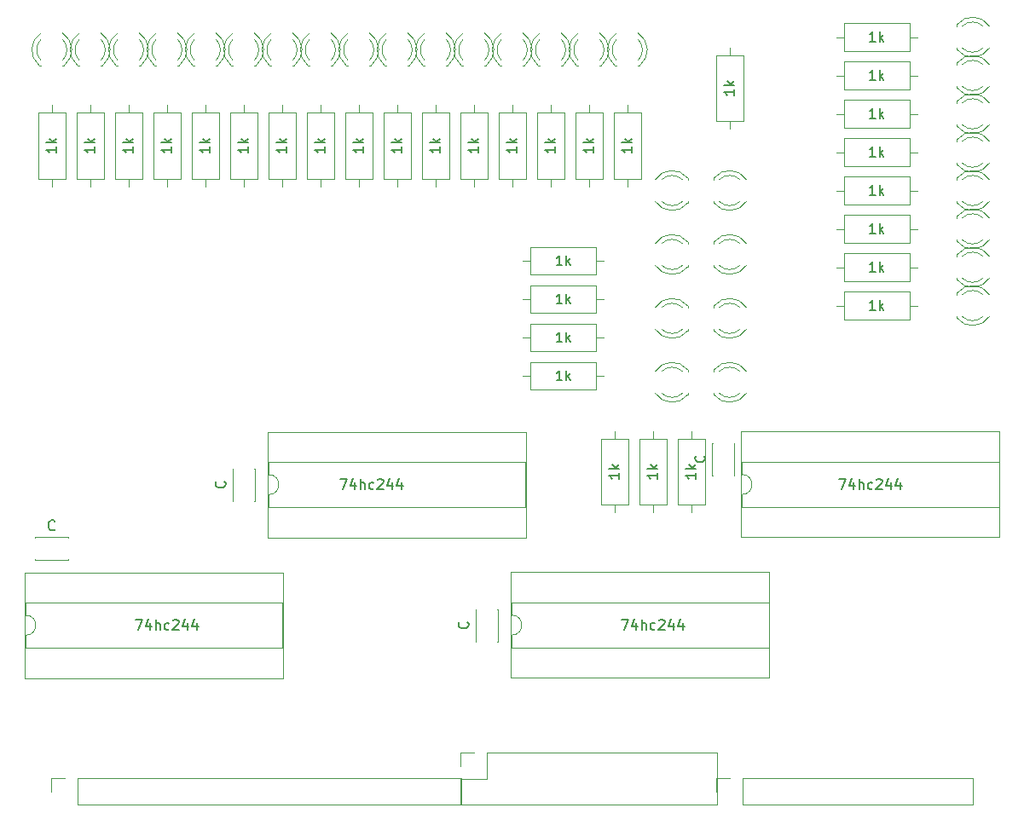
<source format=gbr>
%TF.GenerationSoftware,KiCad,Pcbnew,6.0.11+dfsg-1*%
%TF.CreationDate,2025-09-18T15:26:03+02:00*%
%TF.ProjectId,debug,64656275-672e-46b6-9963-61645f706362,rev?*%
%TF.SameCoordinates,Original*%
%TF.FileFunction,Legend,Top*%
%TF.FilePolarity,Positive*%
%FSLAX46Y46*%
G04 Gerber Fmt 4.6, Leading zero omitted, Abs format (unit mm)*
G04 Created by KiCad (PCBNEW 6.0.11+dfsg-1) date 2025-09-18 15:26:03*
%MOMM*%
%LPD*%
G01*
G04 APERTURE LIST*
%ADD10C,0.150000*%
%ADD11C,0.120000*%
G04 APERTURE END LIST*
D10*
%TO.C,1k*%
X114752380Y-52824047D02*
X114752380Y-53395476D01*
X114752380Y-53109761D02*
X113752380Y-53109761D01*
X113895238Y-53205000D01*
X113990476Y-53300238D01*
X114038095Y-53395476D01*
X114752380Y-52395476D02*
X113752380Y-52395476D01*
X114371428Y-52300238D02*
X114752380Y-52014523D01*
X114085714Y-52014523D02*
X114466666Y-52395476D01*
X107132380Y-52824047D02*
X107132380Y-53395476D01*
X107132380Y-53109761D02*
X106132380Y-53109761D01*
X106275238Y-53205000D01*
X106370476Y-53300238D01*
X106418095Y-53395476D01*
X107132380Y-52395476D02*
X106132380Y-52395476D01*
X106751428Y-52300238D02*
X107132380Y-52014523D01*
X106465714Y-52014523D02*
X106846666Y-52395476D01*
X177045952Y-49982380D02*
X176474523Y-49982380D01*
X176760238Y-49982380D02*
X176760238Y-48982380D01*
X176665000Y-49125238D01*
X176569761Y-49220476D01*
X176474523Y-49268095D01*
X177474523Y-49982380D02*
X177474523Y-48982380D01*
X177569761Y-49601428D02*
X177855476Y-49982380D01*
X177855476Y-49315714D02*
X177474523Y-49696666D01*
%TO.C,74hc244*%
X173410952Y-85812380D02*
X174077619Y-85812380D01*
X173649047Y-86812380D01*
X174887142Y-86145714D02*
X174887142Y-86812380D01*
X174649047Y-85764761D02*
X174410952Y-86479047D01*
X175030000Y-86479047D01*
X175410952Y-86812380D02*
X175410952Y-85812380D01*
X175839523Y-86812380D02*
X175839523Y-86288571D01*
X175791904Y-86193333D01*
X175696666Y-86145714D01*
X175553809Y-86145714D01*
X175458571Y-86193333D01*
X175410952Y-86240952D01*
X176744285Y-86764761D02*
X176649047Y-86812380D01*
X176458571Y-86812380D01*
X176363333Y-86764761D01*
X176315714Y-86717142D01*
X176268095Y-86621904D01*
X176268095Y-86336190D01*
X176315714Y-86240952D01*
X176363333Y-86193333D01*
X176458571Y-86145714D01*
X176649047Y-86145714D01*
X176744285Y-86193333D01*
X177125238Y-85907619D02*
X177172857Y-85860000D01*
X177268095Y-85812380D01*
X177506190Y-85812380D01*
X177601428Y-85860000D01*
X177649047Y-85907619D01*
X177696666Y-86002857D01*
X177696666Y-86098095D01*
X177649047Y-86240952D01*
X177077619Y-86812380D01*
X177696666Y-86812380D01*
X178553809Y-86145714D02*
X178553809Y-86812380D01*
X178315714Y-85764761D02*
X178077619Y-86479047D01*
X178696666Y-86479047D01*
X179506190Y-86145714D02*
X179506190Y-86812380D01*
X179268095Y-85764761D02*
X179030000Y-86479047D01*
X179649047Y-86479047D01*
%TO.C,C*%
X136537142Y-100040476D02*
X136584761Y-100088095D01*
X136632380Y-100230952D01*
X136632380Y-100326190D01*
X136584761Y-100469047D01*
X136489523Y-100564285D01*
X136394285Y-100611904D01*
X136203809Y-100659523D01*
X136060952Y-100659523D01*
X135870476Y-100611904D01*
X135775238Y-100564285D01*
X135680000Y-100469047D01*
X135632380Y-100326190D01*
X135632380Y-100230952D01*
X135680000Y-100088095D01*
X135727619Y-100040476D01*
%TO.C,1k*%
X177045952Y-65222380D02*
X176474523Y-65222380D01*
X176760238Y-65222380D02*
X176760238Y-64222380D01*
X176665000Y-64365238D01*
X176569761Y-64460476D01*
X176474523Y-64508095D01*
X177474523Y-65222380D02*
X177474523Y-64222380D01*
X177569761Y-64841428D02*
X177855476Y-65222380D01*
X177855476Y-64555714D02*
X177474523Y-64936666D01*
X145930952Y-72207380D02*
X145359523Y-72207380D01*
X145645238Y-72207380D02*
X145645238Y-71207380D01*
X145550000Y-71350238D01*
X145454761Y-71445476D01*
X145359523Y-71493095D01*
X146359523Y-72207380D02*
X146359523Y-71207380D01*
X146454761Y-71826428D02*
X146740476Y-72207380D01*
X146740476Y-71540714D02*
X146359523Y-71921666D01*
X103322380Y-52824047D02*
X103322380Y-53395476D01*
X103322380Y-53109761D02*
X102322380Y-53109761D01*
X102465238Y-53205000D01*
X102560476Y-53300238D01*
X102608095Y-53395476D01*
X103322380Y-52395476D02*
X102322380Y-52395476D01*
X102941428Y-52300238D02*
X103322380Y-52014523D01*
X102655714Y-52014523D02*
X103036666Y-52395476D01*
%TO.C,74hc244*%
X103560952Y-99782380D02*
X104227619Y-99782380D01*
X103799047Y-100782380D01*
X105037142Y-100115714D02*
X105037142Y-100782380D01*
X104799047Y-99734761D02*
X104560952Y-100449047D01*
X105180000Y-100449047D01*
X105560952Y-100782380D02*
X105560952Y-99782380D01*
X105989523Y-100782380D02*
X105989523Y-100258571D01*
X105941904Y-100163333D01*
X105846666Y-100115714D01*
X105703809Y-100115714D01*
X105608571Y-100163333D01*
X105560952Y-100210952D01*
X106894285Y-100734761D02*
X106799047Y-100782380D01*
X106608571Y-100782380D01*
X106513333Y-100734761D01*
X106465714Y-100687142D01*
X106418095Y-100591904D01*
X106418095Y-100306190D01*
X106465714Y-100210952D01*
X106513333Y-100163333D01*
X106608571Y-100115714D01*
X106799047Y-100115714D01*
X106894285Y-100163333D01*
X107275238Y-99877619D02*
X107322857Y-99830000D01*
X107418095Y-99782380D01*
X107656190Y-99782380D01*
X107751428Y-99830000D01*
X107799047Y-99877619D01*
X107846666Y-99972857D01*
X107846666Y-100068095D01*
X107799047Y-100210952D01*
X107227619Y-100782380D01*
X107846666Y-100782380D01*
X108703809Y-100115714D02*
X108703809Y-100782380D01*
X108465714Y-99734761D02*
X108227619Y-100449047D01*
X108846666Y-100449047D01*
X109656190Y-100115714D02*
X109656190Y-100782380D01*
X109418095Y-99734761D02*
X109180000Y-100449047D01*
X109799047Y-100449047D01*
X123880952Y-85812380D02*
X124547619Y-85812380D01*
X124119047Y-86812380D01*
X125357142Y-86145714D02*
X125357142Y-86812380D01*
X125119047Y-85764761D02*
X124880952Y-86479047D01*
X125500000Y-86479047D01*
X125880952Y-86812380D02*
X125880952Y-85812380D01*
X126309523Y-86812380D02*
X126309523Y-86288571D01*
X126261904Y-86193333D01*
X126166666Y-86145714D01*
X126023809Y-86145714D01*
X125928571Y-86193333D01*
X125880952Y-86240952D01*
X127214285Y-86764761D02*
X127119047Y-86812380D01*
X126928571Y-86812380D01*
X126833333Y-86764761D01*
X126785714Y-86717142D01*
X126738095Y-86621904D01*
X126738095Y-86336190D01*
X126785714Y-86240952D01*
X126833333Y-86193333D01*
X126928571Y-86145714D01*
X127119047Y-86145714D01*
X127214285Y-86193333D01*
X127595238Y-85907619D02*
X127642857Y-85860000D01*
X127738095Y-85812380D01*
X127976190Y-85812380D01*
X128071428Y-85860000D01*
X128119047Y-85907619D01*
X128166666Y-86002857D01*
X128166666Y-86098095D01*
X128119047Y-86240952D01*
X127547619Y-86812380D01*
X128166666Y-86812380D01*
X129023809Y-86145714D02*
X129023809Y-86812380D01*
X128785714Y-85764761D02*
X128547619Y-86479047D01*
X129166666Y-86479047D01*
X129976190Y-86145714D02*
X129976190Y-86812380D01*
X129738095Y-85764761D02*
X129500000Y-86479047D01*
X130119047Y-86479047D01*
%TO.C,1k*%
X145930952Y-76017380D02*
X145359523Y-76017380D01*
X145645238Y-76017380D02*
X145645238Y-75017380D01*
X145550000Y-75160238D01*
X145454761Y-75255476D01*
X145359523Y-75303095D01*
X146359523Y-76017380D02*
X146359523Y-75017380D01*
X146454761Y-75636428D02*
X146740476Y-76017380D01*
X146740476Y-75350714D02*
X146359523Y-75731666D01*
X177045952Y-61412380D02*
X176474523Y-61412380D01*
X176760238Y-61412380D02*
X176760238Y-60412380D01*
X176665000Y-60555238D01*
X176569761Y-60650476D01*
X176474523Y-60698095D01*
X177474523Y-61412380D02*
X177474523Y-60412380D01*
X177569761Y-61031428D02*
X177855476Y-61412380D01*
X177855476Y-60745714D02*
X177474523Y-61126666D01*
%TO.C,C*%
X95539523Y-90817142D02*
X95491904Y-90864761D01*
X95349047Y-90912380D01*
X95253809Y-90912380D01*
X95110952Y-90864761D01*
X95015714Y-90769523D01*
X94968095Y-90674285D01*
X94920476Y-90483809D01*
X94920476Y-90340952D01*
X94968095Y-90150476D01*
X95015714Y-90055238D01*
X95110952Y-89960000D01*
X95253809Y-89912380D01*
X95349047Y-89912380D01*
X95491904Y-89960000D01*
X95539523Y-90007619D01*
%TO.C,1k*%
X110942380Y-52824047D02*
X110942380Y-53395476D01*
X110942380Y-53109761D02*
X109942380Y-53109761D01*
X110085238Y-53205000D01*
X110180476Y-53300238D01*
X110228095Y-53395476D01*
X110942380Y-52395476D02*
X109942380Y-52395476D01*
X110561428Y-52300238D02*
X110942380Y-52014523D01*
X110275714Y-52014523D02*
X110656666Y-52395476D01*
X145930952Y-68397380D02*
X145359523Y-68397380D01*
X145645238Y-68397380D02*
X145645238Y-67397380D01*
X145550000Y-67540238D01*
X145454761Y-67635476D01*
X145359523Y-67683095D01*
X146359523Y-68397380D02*
X146359523Y-67397380D01*
X146454761Y-68016428D02*
X146740476Y-68397380D01*
X146740476Y-67730714D02*
X146359523Y-68111666D01*
X155392380Y-85209047D02*
X155392380Y-85780476D01*
X155392380Y-85494761D02*
X154392380Y-85494761D01*
X154535238Y-85590000D01*
X154630476Y-85685238D01*
X154678095Y-85780476D01*
X155392380Y-84780476D02*
X154392380Y-84780476D01*
X155011428Y-84685238D02*
X155392380Y-84399523D01*
X154725714Y-84399523D02*
X155106666Y-84780476D01*
X177045952Y-42362380D02*
X176474523Y-42362380D01*
X176760238Y-42362380D02*
X176760238Y-41362380D01*
X176665000Y-41505238D01*
X176569761Y-41600476D01*
X176474523Y-41648095D01*
X177474523Y-42362380D02*
X177474523Y-41362380D01*
X177569761Y-41981428D02*
X177855476Y-42362380D01*
X177855476Y-41695714D02*
X177474523Y-42076666D01*
X118562380Y-52824047D02*
X118562380Y-53395476D01*
X118562380Y-53109761D02*
X117562380Y-53109761D01*
X117705238Y-53205000D01*
X117800476Y-53300238D01*
X117848095Y-53395476D01*
X118562380Y-52395476D02*
X117562380Y-52395476D01*
X118181428Y-52300238D02*
X118562380Y-52014523D01*
X117895714Y-52014523D02*
X118276666Y-52395476D01*
X126182380Y-52824047D02*
X126182380Y-53395476D01*
X126182380Y-53109761D02*
X125182380Y-53109761D01*
X125325238Y-53205000D01*
X125420476Y-53300238D01*
X125468095Y-53395476D01*
X126182380Y-52395476D02*
X125182380Y-52395476D01*
X125801428Y-52300238D02*
X126182380Y-52014523D01*
X125515714Y-52014523D02*
X125896666Y-52395476D01*
X177045952Y-53792380D02*
X176474523Y-53792380D01*
X176760238Y-53792380D02*
X176760238Y-52792380D01*
X176665000Y-52935238D01*
X176569761Y-53030476D01*
X176474523Y-53078095D01*
X177474523Y-53792380D02*
X177474523Y-52792380D01*
X177569761Y-53411428D02*
X177855476Y-53792380D01*
X177855476Y-53125714D02*
X177474523Y-53506666D01*
X151582380Y-85209047D02*
X151582380Y-85780476D01*
X151582380Y-85494761D02*
X150582380Y-85494761D01*
X150725238Y-85590000D01*
X150820476Y-85685238D01*
X150868095Y-85780476D01*
X151582380Y-84780476D02*
X150582380Y-84780476D01*
X151201428Y-84685238D02*
X151582380Y-84399523D01*
X150915714Y-84399523D02*
X151296666Y-84780476D01*
X137612380Y-52824047D02*
X137612380Y-53395476D01*
X137612380Y-53109761D02*
X136612380Y-53109761D01*
X136755238Y-53205000D01*
X136850476Y-53300238D01*
X136898095Y-53395476D01*
X137612380Y-52395476D02*
X136612380Y-52395476D01*
X137231428Y-52300238D02*
X137612380Y-52014523D01*
X136945714Y-52014523D02*
X137326666Y-52395476D01*
X163012380Y-47109047D02*
X163012380Y-47680476D01*
X163012380Y-47394761D02*
X162012380Y-47394761D01*
X162155238Y-47490000D01*
X162250476Y-47585238D01*
X162298095Y-47680476D01*
X163012380Y-46680476D02*
X162012380Y-46680476D01*
X162631428Y-46585238D02*
X163012380Y-46299523D01*
X162345714Y-46299523D02*
X162726666Y-46680476D01*
X159202380Y-85209047D02*
X159202380Y-85780476D01*
X159202380Y-85494761D02*
X158202380Y-85494761D01*
X158345238Y-85590000D01*
X158440476Y-85685238D01*
X158488095Y-85780476D01*
X159202380Y-84780476D02*
X158202380Y-84780476D01*
X158821428Y-84685238D02*
X159202380Y-84399523D01*
X158535714Y-84399523D02*
X158916666Y-84780476D01*
X177045952Y-57602380D02*
X176474523Y-57602380D01*
X176760238Y-57602380D02*
X176760238Y-56602380D01*
X176665000Y-56745238D01*
X176569761Y-56840476D01*
X176474523Y-56888095D01*
X177474523Y-57602380D02*
X177474523Y-56602380D01*
X177569761Y-57221428D02*
X177855476Y-57602380D01*
X177855476Y-56935714D02*
X177474523Y-57316666D01*
X122372380Y-52824047D02*
X122372380Y-53395476D01*
X122372380Y-53109761D02*
X121372380Y-53109761D01*
X121515238Y-53205000D01*
X121610476Y-53300238D01*
X121658095Y-53395476D01*
X122372380Y-52395476D02*
X121372380Y-52395476D01*
X121991428Y-52300238D02*
X122372380Y-52014523D01*
X121705714Y-52014523D02*
X122086666Y-52395476D01*
X95702380Y-52824047D02*
X95702380Y-53395476D01*
X95702380Y-53109761D02*
X94702380Y-53109761D01*
X94845238Y-53205000D01*
X94940476Y-53300238D01*
X94988095Y-53395476D01*
X95702380Y-52395476D02*
X94702380Y-52395476D01*
X95321428Y-52300238D02*
X95702380Y-52014523D01*
X95035714Y-52014523D02*
X95416666Y-52395476D01*
X129992380Y-52824047D02*
X129992380Y-53395476D01*
X129992380Y-53109761D02*
X128992380Y-53109761D01*
X129135238Y-53205000D01*
X129230476Y-53300238D01*
X129278095Y-53395476D01*
X129992380Y-52395476D02*
X128992380Y-52395476D01*
X129611428Y-52300238D02*
X129992380Y-52014523D01*
X129325714Y-52014523D02*
X129706666Y-52395476D01*
X99512380Y-52824047D02*
X99512380Y-53395476D01*
X99512380Y-53109761D02*
X98512380Y-53109761D01*
X98655238Y-53205000D01*
X98750476Y-53300238D01*
X98798095Y-53395476D01*
X99512380Y-52395476D02*
X98512380Y-52395476D01*
X99131428Y-52300238D02*
X99512380Y-52014523D01*
X98845714Y-52014523D02*
X99226666Y-52395476D01*
X152852380Y-52824047D02*
X152852380Y-53395476D01*
X152852380Y-53109761D02*
X151852380Y-53109761D01*
X151995238Y-53205000D01*
X152090476Y-53300238D01*
X152138095Y-53395476D01*
X152852380Y-52395476D02*
X151852380Y-52395476D01*
X152471428Y-52300238D02*
X152852380Y-52014523D01*
X152185714Y-52014523D02*
X152566666Y-52395476D01*
X133802380Y-52824047D02*
X133802380Y-53395476D01*
X133802380Y-53109761D02*
X132802380Y-53109761D01*
X132945238Y-53205000D01*
X133040476Y-53300238D01*
X133088095Y-53395476D01*
X133802380Y-52395476D02*
X132802380Y-52395476D01*
X133421428Y-52300238D02*
X133802380Y-52014523D01*
X133135714Y-52014523D02*
X133516666Y-52395476D01*
X149042380Y-52824047D02*
X149042380Y-53395476D01*
X149042380Y-53109761D02*
X148042380Y-53109761D01*
X148185238Y-53205000D01*
X148280476Y-53300238D01*
X148328095Y-53395476D01*
X149042380Y-52395476D02*
X148042380Y-52395476D01*
X148661428Y-52300238D02*
X149042380Y-52014523D01*
X148375714Y-52014523D02*
X148756666Y-52395476D01*
X177045952Y-46172380D02*
X176474523Y-46172380D01*
X176760238Y-46172380D02*
X176760238Y-45172380D01*
X176665000Y-45315238D01*
X176569761Y-45410476D01*
X176474523Y-45458095D01*
X177474523Y-46172380D02*
X177474523Y-45172380D01*
X177569761Y-45791428D02*
X177855476Y-46172380D01*
X177855476Y-45505714D02*
X177474523Y-45886666D01*
%TO.C,C*%
X160032142Y-83530476D02*
X160079761Y-83578095D01*
X160127380Y-83720952D01*
X160127380Y-83816190D01*
X160079761Y-83959047D01*
X159984523Y-84054285D01*
X159889285Y-84101904D01*
X159698809Y-84149523D01*
X159555952Y-84149523D01*
X159365476Y-84101904D01*
X159270238Y-84054285D01*
X159175000Y-83959047D01*
X159127380Y-83816190D01*
X159127380Y-83720952D01*
X159175000Y-83578095D01*
X159222619Y-83530476D01*
X112407142Y-86070476D02*
X112454761Y-86118095D01*
X112502380Y-86260952D01*
X112502380Y-86356190D01*
X112454761Y-86499047D01*
X112359523Y-86594285D01*
X112264285Y-86641904D01*
X112073809Y-86689523D01*
X111930952Y-86689523D01*
X111740476Y-86641904D01*
X111645238Y-86594285D01*
X111550000Y-86499047D01*
X111502380Y-86356190D01*
X111502380Y-86260952D01*
X111550000Y-86118095D01*
X111597619Y-86070476D01*
%TO.C,1k*%
X145930952Y-64587380D02*
X145359523Y-64587380D01*
X145645238Y-64587380D02*
X145645238Y-63587380D01*
X145550000Y-63730238D01*
X145454761Y-63825476D01*
X145359523Y-63873095D01*
X146359523Y-64587380D02*
X146359523Y-63587380D01*
X146454761Y-64206428D02*
X146740476Y-64587380D01*
X146740476Y-63920714D02*
X146359523Y-64301666D01*
X145232380Y-52824047D02*
X145232380Y-53395476D01*
X145232380Y-53109761D02*
X144232380Y-53109761D01*
X144375238Y-53205000D01*
X144470476Y-53300238D01*
X144518095Y-53395476D01*
X145232380Y-52395476D02*
X144232380Y-52395476D01*
X144851428Y-52300238D02*
X145232380Y-52014523D01*
X144565714Y-52014523D02*
X144946666Y-52395476D01*
X141422380Y-52824047D02*
X141422380Y-53395476D01*
X141422380Y-53109761D02*
X140422380Y-53109761D01*
X140565238Y-53205000D01*
X140660476Y-53300238D01*
X140708095Y-53395476D01*
X141422380Y-52395476D02*
X140422380Y-52395476D01*
X141041428Y-52300238D02*
X141422380Y-52014523D01*
X140755714Y-52014523D02*
X141136666Y-52395476D01*
%TO.C,74hc244*%
X151820952Y-99772380D02*
X152487619Y-99772380D01*
X152059047Y-100772380D01*
X153297142Y-100105714D02*
X153297142Y-100772380D01*
X153059047Y-99724761D02*
X152820952Y-100439047D01*
X153440000Y-100439047D01*
X153820952Y-100772380D02*
X153820952Y-99772380D01*
X154249523Y-100772380D02*
X154249523Y-100248571D01*
X154201904Y-100153333D01*
X154106666Y-100105714D01*
X153963809Y-100105714D01*
X153868571Y-100153333D01*
X153820952Y-100200952D01*
X155154285Y-100724761D02*
X155059047Y-100772380D01*
X154868571Y-100772380D01*
X154773333Y-100724761D01*
X154725714Y-100677142D01*
X154678095Y-100581904D01*
X154678095Y-100296190D01*
X154725714Y-100200952D01*
X154773333Y-100153333D01*
X154868571Y-100105714D01*
X155059047Y-100105714D01*
X155154285Y-100153333D01*
X155535238Y-99867619D02*
X155582857Y-99820000D01*
X155678095Y-99772380D01*
X155916190Y-99772380D01*
X156011428Y-99820000D01*
X156059047Y-99867619D01*
X156106666Y-99962857D01*
X156106666Y-100058095D01*
X156059047Y-100200952D01*
X155487619Y-100772380D01*
X156106666Y-100772380D01*
X156963809Y-100105714D02*
X156963809Y-100772380D01*
X156725714Y-99724761D02*
X156487619Y-100439047D01*
X157106666Y-100439047D01*
X157916190Y-100105714D02*
X157916190Y-100772380D01*
X157678095Y-99724761D02*
X157440000Y-100439047D01*
X158059047Y-100439047D01*
%TO.C,1k*%
X177045952Y-69032380D02*
X176474523Y-69032380D01*
X176760238Y-69032380D02*
X176760238Y-68032380D01*
X176665000Y-68175238D01*
X176569761Y-68270476D01*
X176474523Y-68318095D01*
X177474523Y-69032380D02*
X177474523Y-68032380D01*
X177569761Y-68651428D02*
X177855476Y-69032380D01*
X177855476Y-68365714D02*
X177474523Y-68746666D01*
D11*
%TO.C,REF\u002A\u002A*%
X142050000Y-44740000D02*
X142206000Y-44740000D01*
X139734000Y-44740000D02*
X139890000Y-44740000D01*
X139891392Y-41507665D02*
G75*
G03*
X139734484Y-44740000I1078608J-1672335D01*
G01*
X139890163Y-42138870D02*
G75*
G03*
X139890000Y-44220961I1079837J-1041130D01*
G01*
X142050000Y-44220961D02*
G75*
G03*
X142049837Y-42138870I-1080000J1040961D01*
G01*
X142205516Y-44740000D02*
G75*
G03*
X142048608Y-41507665I-1235516J1560000D01*
G01*
X161000000Y-74964000D02*
X161000000Y-75120000D01*
X161000000Y-77280000D02*
X161000000Y-77436000D01*
X164232335Y-75121392D02*
G75*
G03*
X161000000Y-74964484I-1672335J-1078608D01*
G01*
X163601130Y-75120163D02*
G75*
G03*
X161519039Y-75120000I-1041130J-1079837D01*
G01*
X161519039Y-77280000D02*
G75*
G03*
X163601130Y-77279837I1040961J1080000D01*
G01*
X161000000Y-77435516D02*
G75*
G03*
X164232335Y-77278608I1560000J1235516D01*
G01*
X185130000Y-58230000D02*
X185130000Y-58386000D01*
X185130000Y-55914000D02*
X185130000Y-56070000D01*
X187731130Y-56070163D02*
G75*
G03*
X185649039Y-56070000I-1041130J-1079837D01*
G01*
X188362335Y-56071392D02*
G75*
G03*
X185130000Y-55914484I-1672335J-1078608D01*
G01*
X185130000Y-58385516D02*
G75*
G03*
X188362335Y-58228608I1560000J1235516D01*
G01*
X185649039Y-58230000D02*
G75*
G03*
X187731130Y-58229837I1040961J1080000D01*
G01*
%TO.C,1k*%
X115670000Y-49435000D02*
X112930000Y-49435000D01*
X115670000Y-55975000D02*
X115670000Y-49435000D01*
X112930000Y-55975000D02*
X115670000Y-55975000D01*
X114300000Y-48665000D02*
X114300000Y-49435000D01*
X114300000Y-56745000D02*
X114300000Y-55975000D01*
X112930000Y-49435000D02*
X112930000Y-55975000D01*
%TO.C,REF\u002A\u002A*%
X103950000Y-44740000D02*
X104106000Y-44740000D01*
X101634000Y-44740000D02*
X101790000Y-44740000D01*
X101790163Y-42138870D02*
G75*
G03*
X101790000Y-44220961I1079837J-1041130D01*
G01*
X103950000Y-44220961D02*
G75*
G03*
X103949837Y-42138870I-1080000J1040961D01*
G01*
X101791392Y-41507665D02*
G75*
G03*
X101634484Y-44740000I1078608J-1672335D01*
G01*
X104105516Y-44740000D02*
G75*
G03*
X103948608Y-41507665I-1235516J1560000D01*
G01*
%TO.C,1k*%
X106680000Y-56745000D02*
X106680000Y-55975000D01*
X108050000Y-55975000D02*
X108050000Y-49435000D01*
X106680000Y-48665000D02*
X106680000Y-49435000D01*
X105310000Y-49435000D02*
X105310000Y-55975000D01*
X105310000Y-55975000D02*
X108050000Y-55975000D01*
X108050000Y-49435000D02*
X105310000Y-49435000D01*
X180435000Y-48160000D02*
X173895000Y-48160000D01*
X173895000Y-50900000D02*
X180435000Y-50900000D01*
X180435000Y-50900000D02*
X180435000Y-48160000D01*
X181205000Y-49530000D02*
X180435000Y-49530000D01*
X173895000Y-48160000D02*
X173895000Y-50900000D01*
X173125000Y-49530000D02*
X173895000Y-49530000D01*
%TO.C,REF\u002A\u002A*%
X130620000Y-44740000D02*
X130776000Y-44740000D01*
X128304000Y-44740000D02*
X128460000Y-44740000D01*
X130775516Y-44740000D02*
G75*
G03*
X130618608Y-41507665I-1235516J1560000D01*
G01*
X128460163Y-42138870D02*
G75*
G03*
X128460000Y-44220961I1079837J-1041130D01*
G01*
X128461392Y-41507665D02*
G75*
G03*
X128304484Y-44740000I1078608J-1672335D01*
G01*
X130620000Y-44220961D02*
G75*
G03*
X130619837Y-42138870I-1080000J1040961D01*
G01*
X111570000Y-44740000D02*
X111726000Y-44740000D01*
X109254000Y-44740000D02*
X109410000Y-44740000D01*
X111570000Y-44220961D02*
G75*
G03*
X111569837Y-42138870I-1080000J1040961D01*
G01*
X109410163Y-42138870D02*
G75*
G03*
X109410000Y-44220961I1079837J-1041130D01*
G01*
X109411392Y-41507665D02*
G75*
G03*
X109254484Y-44740000I1078608J-1672335D01*
G01*
X111725516Y-44740000D02*
G75*
G03*
X111568608Y-41507665I-1235516J1560000D01*
G01*
%TO.C,74hc244*%
X189355000Y-81100000D02*
X163715000Y-81100000D01*
X163775000Y-87350000D02*
X163775000Y-88600000D01*
X189295000Y-88600000D02*
X189295000Y-84100000D01*
X163775000Y-84100000D02*
X163775000Y-85350000D01*
X163715000Y-91600000D02*
X189355000Y-91600000D01*
X163715000Y-81100000D02*
X163715000Y-91600000D01*
X189295000Y-84100000D02*
X163775000Y-84100000D01*
X163775000Y-88600000D02*
X189295000Y-88600000D01*
X189355000Y-91600000D02*
X189355000Y-81100000D01*
X163775000Y-87350000D02*
G75*
G03*
X163775000Y-85350000I0J1000000D01*
G01*
%TO.C,C*%
X139485000Y-101970000D02*
X139550000Y-101970000D01*
X139550000Y-101970000D02*
X139550000Y-98730000D01*
X137310000Y-98730000D02*
X137375000Y-98730000D01*
X139485000Y-98730000D02*
X139550000Y-98730000D01*
X137310000Y-101970000D02*
X137375000Y-101970000D01*
X137310000Y-101970000D02*
X137310000Y-98730000D01*
%TO.C,1k*%
X173125000Y-64770000D02*
X173895000Y-64770000D01*
X173895000Y-63400000D02*
X173895000Y-66140000D01*
X180435000Y-66140000D02*
X180435000Y-63400000D01*
X181205000Y-64770000D02*
X180435000Y-64770000D01*
X173895000Y-66140000D02*
X180435000Y-66140000D01*
X180435000Y-63400000D02*
X173895000Y-63400000D01*
%TO.C,REF\u002A\u002A*%
X185130000Y-40674000D02*
X185130000Y-40830000D01*
X185130000Y-42990000D02*
X185130000Y-43146000D01*
X185649039Y-42990000D02*
G75*
G03*
X187731130Y-42989837I1040961J1080000D01*
G01*
X187731130Y-40830163D02*
G75*
G03*
X185649039Y-40830000I-1041130J-1079837D01*
G01*
X188362335Y-40831392D02*
G75*
G03*
X185130000Y-40674484I-1672335J-1078608D01*
G01*
X185130000Y-43145516D02*
G75*
G03*
X188362335Y-42988608I1560000J1235516D01*
G01*
%TO.C,1k*%
X142010000Y-71755000D02*
X142780000Y-71755000D01*
X142780000Y-73125000D02*
X149320000Y-73125000D01*
X149320000Y-73125000D02*
X149320000Y-70385000D01*
X142780000Y-70385000D02*
X142780000Y-73125000D01*
X149320000Y-70385000D02*
X142780000Y-70385000D01*
X150090000Y-71755000D02*
X149320000Y-71755000D01*
X102870000Y-56745000D02*
X102870000Y-55975000D01*
X101500000Y-49435000D02*
X101500000Y-55975000D01*
X102870000Y-48665000D02*
X102870000Y-49435000D01*
X101500000Y-55975000D02*
X104240000Y-55975000D01*
X104240000Y-49435000D02*
X101500000Y-49435000D01*
X104240000Y-55975000D02*
X104240000Y-49435000D01*
%TO.C,REF\u002A\u002A*%
X149670000Y-44740000D02*
X149826000Y-44740000D01*
X147354000Y-44740000D02*
X147510000Y-44740000D01*
X147510163Y-42138870D02*
G75*
G03*
X147510000Y-44220961I1079837J-1041130D01*
G01*
X149825516Y-44740000D02*
G75*
G03*
X149668608Y-41507665I-1235516J1560000D01*
G01*
X149670000Y-44220961D02*
G75*
G03*
X149669837Y-42138870I-1080000J1040961D01*
G01*
X147511392Y-41507665D02*
G75*
G03*
X147354484Y-44740000I1078608J-1672335D01*
G01*
X151164000Y-44740000D02*
X151320000Y-44740000D01*
X153480000Y-44740000D02*
X153636000Y-44740000D01*
X151320163Y-42138870D02*
G75*
G03*
X151320000Y-44220961I1079837J-1041130D01*
G01*
X153480000Y-44220961D02*
G75*
G03*
X153479837Y-42138870I-1080000J1040961D01*
G01*
X153635516Y-44740000D02*
G75*
G03*
X153478608Y-41507665I-1235516J1560000D01*
G01*
X151321392Y-41507665D02*
G75*
G03*
X151164484Y-44740000I1078608J-1672335D01*
G01*
X161000000Y-62264000D02*
X161000000Y-62420000D01*
X161000000Y-64580000D02*
X161000000Y-64736000D01*
X164232335Y-62421392D02*
G75*
G03*
X161000000Y-62264484I-1672335J-1078608D01*
G01*
X161519039Y-64580000D02*
G75*
G03*
X163601130Y-64579837I1040961J1080000D01*
G01*
X163601130Y-62420163D02*
G75*
G03*
X161519039Y-62420000I-1041130J-1079837D01*
G01*
X161000000Y-64735516D02*
G75*
G03*
X164232335Y-64578608I1560000J1235516D01*
G01*
%TO.C,74hc244*%
X118230000Y-95080000D02*
X92590000Y-95080000D01*
X92650000Y-102580000D02*
X118170000Y-102580000D01*
X92650000Y-98080000D02*
X92650000Y-99330000D01*
X118230000Y-105580000D02*
X118230000Y-95080000D01*
X92650000Y-101330000D02*
X92650000Y-102580000D01*
X118170000Y-102580000D02*
X118170000Y-98080000D01*
X92590000Y-105580000D02*
X118230000Y-105580000D01*
X118170000Y-98080000D02*
X92650000Y-98080000D01*
X92590000Y-95080000D02*
X92590000Y-105580000D01*
X92650000Y-101330000D02*
G75*
G03*
X92650000Y-99330000I0J1000000D01*
G01*
%TO.C,REF\u002A\u002A*%
X119190000Y-44740000D02*
X119346000Y-44740000D01*
X116874000Y-44740000D02*
X117030000Y-44740000D01*
X119190000Y-44220961D02*
G75*
G03*
X119189837Y-42138870I-1080000J1040961D01*
G01*
X117031392Y-41507665D02*
G75*
G03*
X116874484Y-44740000I1078608J-1672335D01*
G01*
X119345516Y-44740000D02*
G75*
G03*
X119188608Y-41507665I-1235516J1560000D01*
G01*
X117030163Y-42138870D02*
G75*
G03*
X117030000Y-44220961I1079837J-1041130D01*
G01*
X100140000Y-44740000D02*
X100296000Y-44740000D01*
X97824000Y-44740000D02*
X97980000Y-44740000D01*
X97981392Y-41507665D02*
G75*
G03*
X97824484Y-44740000I1078608J-1672335D01*
G01*
X100295516Y-44740000D02*
G75*
G03*
X100138608Y-41507665I-1235516J1560000D01*
G01*
X97980163Y-42138870D02*
G75*
G03*
X97980000Y-44220961I1079837J-1041130D01*
G01*
X100140000Y-44220961D02*
G75*
G03*
X100139837Y-42138870I-1080000J1040961D01*
G01*
X95190000Y-116840000D02*
X95190000Y-115510000D01*
X97790000Y-118170000D02*
X135950000Y-118170000D01*
X97790000Y-118170000D02*
X97790000Y-115510000D01*
X135950000Y-118170000D02*
X135950000Y-115510000D01*
X95190000Y-115510000D02*
X96520000Y-115510000D01*
X97790000Y-115510000D02*
X135950000Y-115510000D01*
%TO.C,74hc244*%
X142360000Y-81110000D02*
X116720000Y-81110000D01*
X116780000Y-88610000D02*
X142300000Y-88610000D01*
X142300000Y-84110000D02*
X116780000Y-84110000D01*
X116780000Y-84110000D02*
X116780000Y-85360000D01*
X116720000Y-91610000D02*
X142360000Y-91610000D01*
X116720000Y-81110000D02*
X116720000Y-91610000D01*
X142360000Y-91610000D02*
X142360000Y-81110000D01*
X142300000Y-88610000D02*
X142300000Y-84110000D01*
X116780000Y-87360000D02*
X116780000Y-88610000D01*
X116780000Y-87360000D02*
G75*
G03*
X116780000Y-85360000I0J1000000D01*
G01*
%TO.C,1k*%
X149320000Y-74195000D02*
X142780000Y-74195000D01*
X142780000Y-74195000D02*
X142780000Y-76935000D01*
X150090000Y-75565000D02*
X149320000Y-75565000D01*
X149320000Y-76935000D02*
X149320000Y-74195000D01*
X142780000Y-76935000D02*
X149320000Y-76935000D01*
X142010000Y-75565000D02*
X142780000Y-75565000D01*
X173895000Y-59590000D02*
X173895000Y-62330000D01*
X181205000Y-60960000D02*
X180435000Y-60960000D01*
X180435000Y-59590000D02*
X173895000Y-59590000D01*
X180435000Y-62330000D02*
X180435000Y-59590000D01*
X173125000Y-60960000D02*
X173895000Y-60960000D01*
X173895000Y-62330000D02*
X180435000Y-62330000D01*
%TO.C,C*%
X93610000Y-93765000D02*
X93610000Y-93830000D01*
X96850000Y-91590000D02*
X96850000Y-91655000D01*
X93610000Y-93830000D02*
X96850000Y-93830000D01*
X96850000Y-93765000D02*
X96850000Y-93830000D01*
X93610000Y-91590000D02*
X93610000Y-91655000D01*
X93610000Y-91590000D02*
X96850000Y-91590000D01*
%TO.C,1k*%
X111860000Y-49435000D02*
X109120000Y-49435000D01*
X110490000Y-48665000D02*
X110490000Y-49435000D01*
X110490000Y-56745000D02*
X110490000Y-55975000D01*
X111860000Y-55975000D02*
X111860000Y-49435000D01*
X109120000Y-49435000D02*
X109120000Y-55975000D01*
X109120000Y-55975000D02*
X111860000Y-55975000D01*
X142010000Y-67945000D02*
X142780000Y-67945000D01*
X150090000Y-67945000D02*
X149320000Y-67945000D01*
X149320000Y-66575000D02*
X142780000Y-66575000D01*
X142780000Y-66575000D02*
X142780000Y-69315000D01*
X142780000Y-69315000D02*
X149320000Y-69315000D01*
X149320000Y-69315000D02*
X149320000Y-66575000D01*
%TO.C,REF\u002A\u002A*%
X185130000Y-59724000D02*
X185130000Y-59880000D01*
X185130000Y-62040000D02*
X185130000Y-62196000D01*
X187731130Y-59880163D02*
G75*
G03*
X185649039Y-59880000I-1041130J-1079837D01*
G01*
X185649039Y-62040000D02*
G75*
G03*
X187731130Y-62039837I1040961J1080000D01*
G01*
X185130000Y-62195516D02*
G75*
G03*
X188362335Y-62038608I1560000J1235516D01*
G01*
X188362335Y-59881392D02*
G75*
G03*
X185130000Y-59724484I-1672335J-1078608D01*
G01*
%TO.C,1k*%
X154940000Y-89130000D02*
X154940000Y-88360000D01*
X156310000Y-88360000D02*
X156310000Y-81820000D01*
X156310000Y-81820000D02*
X153570000Y-81820000D01*
X153570000Y-88360000D02*
X156310000Y-88360000D01*
X154940000Y-81050000D02*
X154940000Y-81820000D01*
X153570000Y-81820000D02*
X153570000Y-88360000D01*
%TO.C,REF\u002A\u002A*%
X132114000Y-44740000D02*
X132270000Y-44740000D01*
X134430000Y-44740000D02*
X134586000Y-44740000D01*
X132270163Y-42138870D02*
G75*
G03*
X132270000Y-44220961I1079837J-1041130D01*
G01*
X132271392Y-41507665D02*
G75*
G03*
X132114484Y-44740000I1078608J-1672335D01*
G01*
X134585516Y-44740000D02*
G75*
G03*
X134428608Y-41507665I-1235516J1560000D01*
G01*
X134430000Y-44220961D02*
G75*
G03*
X134429837Y-42138870I-1080000J1040961D01*
G01*
X185130000Y-50610000D02*
X185130000Y-50766000D01*
X185130000Y-48294000D02*
X185130000Y-48450000D01*
X185130000Y-50765516D02*
G75*
G03*
X188362335Y-50608608I1560000J1235516D01*
G01*
X185649039Y-50610000D02*
G75*
G03*
X187731130Y-50609837I1040961J1080000D01*
G01*
X188362335Y-48451392D02*
G75*
G03*
X185130000Y-48294484I-1672335J-1078608D01*
G01*
X187731130Y-48450163D02*
G75*
G03*
X185649039Y-48450000I-1041130J-1079837D01*
G01*
X185130000Y-63534000D02*
X185130000Y-63690000D01*
X185130000Y-65850000D02*
X185130000Y-66006000D01*
X185649039Y-65850000D02*
G75*
G03*
X187731130Y-65849837I1040961J1080000D01*
G01*
X187731130Y-63690163D02*
G75*
G03*
X185649039Y-63690000I-1041130J-1079837D01*
G01*
X185130000Y-66005516D02*
G75*
G03*
X188362335Y-65848608I1560000J1235516D01*
G01*
X188362335Y-63691392D02*
G75*
G03*
X185130000Y-63534484I-1672335J-1078608D01*
G01*
X185130000Y-46800000D02*
X185130000Y-46956000D01*
X185130000Y-44484000D02*
X185130000Y-44640000D01*
X188362335Y-44641392D02*
G75*
G03*
X185130000Y-44484484I-1672335J-1078608D01*
G01*
X185130000Y-46955516D02*
G75*
G03*
X188362335Y-46798608I1560000J1235516D01*
G01*
X185649039Y-46800000D02*
G75*
G03*
X187731130Y-46799837I1040961J1080000D01*
G01*
X187731130Y-44640163D02*
G75*
G03*
X185649039Y-44640000I-1041130J-1079837D01*
G01*
%TO.C,1k*%
X173895000Y-40540000D02*
X173895000Y-43280000D01*
X180435000Y-43280000D02*
X180435000Y-40540000D01*
X173895000Y-43280000D02*
X180435000Y-43280000D01*
X173125000Y-41910000D02*
X173895000Y-41910000D01*
X180435000Y-40540000D02*
X173895000Y-40540000D01*
X181205000Y-41910000D02*
X180435000Y-41910000D01*
X118110000Y-48665000D02*
X118110000Y-49435000D01*
X116740000Y-55975000D02*
X119480000Y-55975000D01*
X118110000Y-56745000D02*
X118110000Y-55975000D01*
X116740000Y-49435000D02*
X116740000Y-55975000D01*
X119480000Y-49435000D02*
X116740000Y-49435000D01*
X119480000Y-55975000D02*
X119480000Y-49435000D01*
%TO.C,REF\u002A\u002A*%
X135830000Y-118170000D02*
X135830000Y-115570000D01*
X161350000Y-118170000D02*
X161350000Y-112970000D01*
X138430000Y-112970000D02*
X161350000Y-112970000D01*
X138430000Y-115570000D02*
X138430000Y-112970000D01*
X135830000Y-112970000D02*
X137160000Y-112970000D01*
X135830000Y-118170000D02*
X161350000Y-118170000D01*
X135830000Y-115570000D02*
X138430000Y-115570000D01*
X135830000Y-114300000D02*
X135830000Y-112970000D01*
X161000000Y-58230000D02*
X161000000Y-58386000D01*
X161000000Y-55914000D02*
X161000000Y-56070000D01*
X161519039Y-58230000D02*
G75*
G03*
X163601130Y-58229837I1040961J1080000D01*
G01*
X163601130Y-56070163D02*
G75*
G03*
X161519039Y-56070000I-1041130J-1079837D01*
G01*
X161000000Y-58385516D02*
G75*
G03*
X164232335Y-58228608I1560000J1235516D01*
G01*
X164232335Y-56071392D02*
G75*
G03*
X161000000Y-55914484I-1672335J-1078608D01*
G01*
X126810000Y-44740000D02*
X126966000Y-44740000D01*
X124494000Y-44740000D02*
X124650000Y-44740000D01*
X126965516Y-44740000D02*
G75*
G03*
X126808608Y-41507665I-1235516J1560000D01*
G01*
X124651392Y-41507665D02*
G75*
G03*
X124494484Y-44740000I1078608J-1672335D01*
G01*
X124650163Y-42138870D02*
G75*
G03*
X124650000Y-44220961I1079837J-1041130D01*
G01*
X126810000Y-44220961D02*
G75*
G03*
X126809837Y-42138870I-1080000J1040961D01*
G01*
%TO.C,1k*%
X124360000Y-55975000D02*
X127100000Y-55975000D01*
X125730000Y-56745000D02*
X125730000Y-55975000D01*
X125730000Y-48665000D02*
X125730000Y-49435000D01*
X124360000Y-49435000D02*
X124360000Y-55975000D01*
X127100000Y-55975000D02*
X127100000Y-49435000D01*
X127100000Y-49435000D02*
X124360000Y-49435000D01*
X173895000Y-54710000D02*
X180435000Y-54710000D01*
X173895000Y-51970000D02*
X173895000Y-54710000D01*
X180435000Y-54710000D02*
X180435000Y-51970000D01*
X181205000Y-53340000D02*
X180435000Y-53340000D01*
X180435000Y-51970000D02*
X173895000Y-51970000D01*
X173125000Y-53340000D02*
X173895000Y-53340000D01*
X149760000Y-88360000D02*
X152500000Y-88360000D01*
X152500000Y-81820000D02*
X149760000Y-81820000D01*
X152500000Y-88360000D02*
X152500000Y-81820000D01*
X149760000Y-81820000D02*
X149760000Y-88360000D01*
X151130000Y-81050000D02*
X151130000Y-81820000D01*
X151130000Y-89130000D02*
X151130000Y-88360000D01*
X138530000Y-55975000D02*
X138530000Y-49435000D01*
X138530000Y-49435000D02*
X135790000Y-49435000D01*
X135790000Y-55975000D02*
X138530000Y-55975000D01*
X137160000Y-56745000D02*
X137160000Y-55975000D01*
X135790000Y-49435000D02*
X135790000Y-55975000D01*
X137160000Y-48665000D02*
X137160000Y-49435000D01*
X163930000Y-43720000D02*
X161190000Y-43720000D01*
X163930000Y-50260000D02*
X163930000Y-43720000D01*
X161190000Y-43720000D02*
X161190000Y-50260000D01*
X162560000Y-51030000D02*
X162560000Y-50260000D01*
X161190000Y-50260000D02*
X163930000Y-50260000D01*
X162560000Y-42950000D02*
X162560000Y-43720000D01*
X158750000Y-89130000D02*
X158750000Y-88360000D01*
X160120000Y-81820000D02*
X157380000Y-81820000D01*
X157380000Y-88360000D02*
X160120000Y-88360000D01*
X160120000Y-88360000D02*
X160120000Y-81820000D01*
X158750000Y-81050000D02*
X158750000Y-81820000D01*
X157380000Y-81820000D02*
X157380000Y-88360000D01*
X173125000Y-57150000D02*
X173895000Y-57150000D01*
X173895000Y-55780000D02*
X173895000Y-58520000D01*
X180435000Y-58520000D02*
X180435000Y-55780000D01*
X173895000Y-58520000D02*
X180435000Y-58520000D01*
X181205000Y-57150000D02*
X180435000Y-57150000D01*
X180435000Y-55780000D02*
X173895000Y-55780000D01*
%TO.C,REF\u002A\u002A*%
X185130000Y-52104000D02*
X185130000Y-52260000D01*
X185130000Y-54420000D02*
X185130000Y-54576000D01*
X185130000Y-54575516D02*
G75*
G03*
X188362335Y-54418608I1560000J1235516D01*
G01*
X185649039Y-54420000D02*
G75*
G03*
X187731130Y-54419837I1040961J1080000D01*
G01*
X188362335Y-52261392D02*
G75*
G03*
X185130000Y-52104484I-1672335J-1078608D01*
G01*
X187731130Y-52260163D02*
G75*
G03*
X185649039Y-52260000I-1041130J-1079837D01*
G01*
X143544000Y-44740000D02*
X143700000Y-44740000D01*
X145860000Y-44740000D02*
X146016000Y-44740000D01*
X145860000Y-44220961D02*
G75*
G03*
X145859837Y-42138870I-1080000J1040961D01*
G01*
X146015516Y-44740000D02*
G75*
G03*
X145858608Y-41507665I-1235516J1560000D01*
G01*
X143700163Y-42138870D02*
G75*
G03*
X143700000Y-44220961I1079837J-1041130D01*
G01*
X143701392Y-41507665D02*
G75*
G03*
X143544484Y-44740000I1078608J-1672335D01*
G01*
X158405000Y-58386000D02*
X158405000Y-58230000D01*
X158405000Y-56070000D02*
X158405000Y-55914000D01*
X155803870Y-58229837D02*
G75*
G03*
X157885961Y-58230000I1041130J1079837D01*
G01*
X155172665Y-58228608D02*
G75*
G03*
X158405000Y-58385516I1672335J1078608D01*
G01*
X157885961Y-56070000D02*
G75*
G03*
X155803870Y-56070163I-1040961J-1080000D01*
G01*
X158405000Y-55914484D02*
G75*
G03*
X155172665Y-56071392I-1560000J-1235516D01*
G01*
X138240000Y-44740000D02*
X138396000Y-44740000D01*
X135924000Y-44740000D02*
X136080000Y-44740000D01*
X138240000Y-44220961D02*
G75*
G03*
X138239837Y-42138870I-1080000J1040961D01*
G01*
X136080163Y-42138870D02*
G75*
G03*
X136080000Y-44220961I1079837J-1041130D01*
G01*
X136081392Y-41507665D02*
G75*
G03*
X135924484Y-44740000I1078608J-1672335D01*
G01*
X138395516Y-44740000D02*
G75*
G03*
X138238608Y-41507665I-1235516J1560000D01*
G01*
%TO.C,1k*%
X123290000Y-55975000D02*
X123290000Y-49435000D01*
X120550000Y-55975000D02*
X123290000Y-55975000D01*
X121920000Y-48665000D02*
X121920000Y-49435000D01*
X123290000Y-49435000D02*
X120550000Y-49435000D01*
X121920000Y-56745000D02*
X121920000Y-55975000D01*
X120550000Y-49435000D02*
X120550000Y-55975000D01*
%TO.C,REF\u002A\u002A*%
X113064000Y-44740000D02*
X113220000Y-44740000D01*
X115380000Y-44740000D02*
X115536000Y-44740000D01*
X115380000Y-44220961D02*
G75*
G03*
X115379837Y-42138870I-1080000J1040961D01*
G01*
X115535516Y-44740000D02*
G75*
G03*
X115378608Y-41507665I-1235516J1560000D01*
G01*
X113220163Y-42138870D02*
G75*
G03*
X113220000Y-44220961I1079837J-1041130D01*
G01*
X113221392Y-41507665D02*
G75*
G03*
X113064484Y-44740000I1078608J-1672335D01*
G01*
X158405000Y-75120000D02*
X158405000Y-74964000D01*
X158405000Y-77436000D02*
X158405000Y-77280000D01*
X158405000Y-74964484D02*
G75*
G03*
X155172665Y-75121392I-1560000J-1235516D01*
G01*
X155803870Y-77279837D02*
G75*
G03*
X157885961Y-77280000I1041130J1079837D01*
G01*
X155172665Y-77278608D02*
G75*
G03*
X158405000Y-77435516I1672335J1078608D01*
G01*
X157885961Y-75120000D02*
G75*
G03*
X155803870Y-75120163I-1040961J-1080000D01*
G01*
X161000000Y-70930000D02*
X161000000Y-71086000D01*
X161000000Y-68614000D02*
X161000000Y-68770000D01*
X161000000Y-71085516D02*
G75*
G03*
X164232335Y-70928608I1560000J1235516D01*
G01*
X163601130Y-68770163D02*
G75*
G03*
X161519039Y-68770000I-1041130J-1079837D01*
G01*
X164232335Y-68771392D02*
G75*
G03*
X161000000Y-68614484I-1672335J-1078608D01*
G01*
X161519039Y-70930000D02*
G75*
G03*
X163601130Y-70929837I1040961J1080000D01*
G01*
%TO.C,1k*%
X96620000Y-49435000D02*
X93880000Y-49435000D01*
X93880000Y-49435000D02*
X93880000Y-55975000D01*
X96620000Y-55975000D02*
X96620000Y-49435000D01*
X95250000Y-48665000D02*
X95250000Y-49435000D01*
X93880000Y-55975000D02*
X96620000Y-55975000D01*
X95250000Y-56745000D02*
X95250000Y-55975000D01*
X129540000Y-48665000D02*
X129540000Y-49435000D01*
X128170000Y-49435000D02*
X128170000Y-55975000D01*
X129540000Y-56745000D02*
X129540000Y-55975000D01*
X128170000Y-55975000D02*
X130910000Y-55975000D01*
X130910000Y-49435000D02*
X128170000Y-49435000D01*
X130910000Y-55975000D02*
X130910000Y-49435000D01*
X99060000Y-56745000D02*
X99060000Y-55975000D01*
X100430000Y-55975000D02*
X100430000Y-49435000D01*
X100430000Y-49435000D02*
X97690000Y-49435000D01*
X99060000Y-48665000D02*
X99060000Y-49435000D01*
X97690000Y-55975000D02*
X100430000Y-55975000D01*
X97690000Y-49435000D02*
X97690000Y-55975000D01*
%TO.C,REF\u002A\u002A*%
X94014000Y-44740000D02*
X94170000Y-44740000D01*
X96330000Y-44740000D02*
X96486000Y-44740000D01*
X94171392Y-41507665D02*
G75*
G03*
X94014484Y-44740000I1078608J-1672335D01*
G01*
X94170163Y-42138870D02*
G75*
G03*
X94170000Y-44220961I1079837J-1041130D01*
G01*
X96485516Y-44740000D02*
G75*
G03*
X96328608Y-41507665I-1235516J1560000D01*
G01*
X96330000Y-44220961D02*
G75*
G03*
X96329837Y-42138870I-1080000J1040961D01*
G01*
X158405000Y-71086000D02*
X158405000Y-70930000D01*
X158405000Y-68770000D02*
X158405000Y-68614000D01*
X158405000Y-68614484D02*
G75*
G03*
X155172665Y-68771392I-1560000J-1235516D01*
G01*
X157885961Y-68770000D02*
G75*
G03*
X155803870Y-68770163I-1040961J-1080000D01*
G01*
X155172665Y-70928608D02*
G75*
G03*
X158405000Y-71085516I1672335J1078608D01*
G01*
X155803870Y-70929837D02*
G75*
G03*
X157885961Y-70930000I1041130J1079837D01*
G01*
%TO.C,1k*%
X151030000Y-55975000D02*
X153770000Y-55975000D01*
X152400000Y-56745000D02*
X152400000Y-55975000D01*
X153770000Y-55975000D02*
X153770000Y-49435000D01*
X151030000Y-49435000D02*
X151030000Y-55975000D01*
X152400000Y-48665000D02*
X152400000Y-49435000D01*
X153770000Y-49435000D02*
X151030000Y-49435000D01*
X134720000Y-55975000D02*
X134720000Y-49435000D01*
X133350000Y-56745000D02*
X133350000Y-55975000D01*
X131980000Y-49435000D02*
X131980000Y-55975000D01*
X134720000Y-49435000D02*
X131980000Y-49435000D01*
X133350000Y-48665000D02*
X133350000Y-49435000D01*
X131980000Y-55975000D02*
X134720000Y-55975000D01*
X147220000Y-55975000D02*
X149960000Y-55975000D01*
X148590000Y-56745000D02*
X148590000Y-55975000D01*
X147220000Y-49435000D02*
X147220000Y-55975000D01*
X149960000Y-49435000D02*
X147220000Y-49435000D01*
X149960000Y-55975000D02*
X149960000Y-49435000D01*
X148590000Y-48665000D02*
X148590000Y-49435000D01*
X173125000Y-45720000D02*
X173895000Y-45720000D01*
X181205000Y-45720000D02*
X180435000Y-45720000D01*
X173895000Y-44350000D02*
X173895000Y-47090000D01*
X173895000Y-47090000D02*
X180435000Y-47090000D01*
X180435000Y-47090000D02*
X180435000Y-44350000D01*
X180435000Y-44350000D02*
X173895000Y-44350000D01*
%TO.C,C*%
X160805000Y-85460000D02*
X160805000Y-82220000D01*
X160805000Y-85460000D02*
X160870000Y-85460000D01*
X162980000Y-82220000D02*
X163045000Y-82220000D01*
X162980000Y-85460000D02*
X163045000Y-85460000D01*
X163045000Y-85460000D02*
X163045000Y-82220000D01*
X160805000Y-82220000D02*
X160870000Y-82220000D01*
%TO.C,REF\u002A\u002A*%
X163830000Y-118170000D02*
X186750000Y-118170000D01*
X161230000Y-115510000D02*
X162560000Y-115510000D01*
X161230000Y-116840000D02*
X161230000Y-115510000D01*
X163830000Y-118170000D02*
X163830000Y-115510000D01*
X186750000Y-118170000D02*
X186750000Y-115510000D01*
X163830000Y-115510000D02*
X186750000Y-115510000D01*
%TO.C,C*%
X113180000Y-88000000D02*
X113245000Y-88000000D01*
X115355000Y-84760000D02*
X115420000Y-84760000D01*
X113180000Y-88000000D02*
X113180000Y-84760000D01*
X113180000Y-84760000D02*
X113245000Y-84760000D01*
X115355000Y-88000000D02*
X115420000Y-88000000D01*
X115420000Y-88000000D02*
X115420000Y-84760000D01*
%TO.C,1k*%
X142780000Y-62765000D02*
X142780000Y-65505000D01*
X149320000Y-62765000D02*
X142780000Y-62765000D01*
X150090000Y-64135000D02*
X149320000Y-64135000D01*
X149320000Y-65505000D02*
X149320000Y-62765000D01*
X142010000Y-64135000D02*
X142780000Y-64135000D01*
X142780000Y-65505000D02*
X149320000Y-65505000D01*
X144780000Y-56745000D02*
X144780000Y-55975000D01*
X143410000Y-49435000D02*
X143410000Y-55975000D01*
X144780000Y-48665000D02*
X144780000Y-49435000D01*
X143410000Y-55975000D02*
X146150000Y-55975000D01*
X146150000Y-49435000D02*
X143410000Y-49435000D01*
X146150000Y-55975000D02*
X146150000Y-49435000D01*
%TO.C,REF\u002A\u002A*%
X185130000Y-69660000D02*
X185130000Y-69816000D01*
X185130000Y-67344000D02*
X185130000Y-67500000D01*
X188362335Y-67501392D02*
G75*
G03*
X185130000Y-67344484I-1672335J-1078608D01*
G01*
X185649039Y-69660000D02*
G75*
G03*
X187731130Y-69659837I1040961J1080000D01*
G01*
X185130000Y-69815516D02*
G75*
G03*
X188362335Y-69658608I1560000J1235516D01*
G01*
X187731130Y-67500163D02*
G75*
G03*
X185649039Y-67500000I-1041130J-1079837D01*
G01*
%TO.C,1k*%
X140970000Y-48665000D02*
X140970000Y-49435000D01*
X139600000Y-55975000D02*
X142340000Y-55975000D01*
X142340000Y-49435000D02*
X139600000Y-49435000D01*
X140970000Y-56745000D02*
X140970000Y-55975000D01*
X142340000Y-55975000D02*
X142340000Y-49435000D01*
X139600000Y-49435000D02*
X139600000Y-55975000D01*
%TO.C,REF\u002A\u002A*%
X158405000Y-62420000D02*
X158405000Y-62264000D01*
X158405000Y-64736000D02*
X158405000Y-64580000D01*
X157885961Y-62420000D02*
G75*
G03*
X155803870Y-62420163I-1040961J-1080000D01*
G01*
X155803870Y-64579837D02*
G75*
G03*
X157885961Y-64580000I1041130J1079837D01*
G01*
X155172665Y-64578608D02*
G75*
G03*
X158405000Y-64735516I1672335J1078608D01*
G01*
X158405000Y-62264484D02*
G75*
G03*
X155172665Y-62421392I-1560000J-1235516D01*
G01*
X123000000Y-44740000D02*
X123156000Y-44740000D01*
X120684000Y-44740000D02*
X120840000Y-44740000D01*
X120841392Y-41507665D02*
G75*
G03*
X120684484Y-44740000I1078608J-1672335D01*
G01*
X123155516Y-44740000D02*
G75*
G03*
X122998608Y-41507665I-1235516J1560000D01*
G01*
X120840163Y-42138870D02*
G75*
G03*
X120840000Y-44220961I1079837J-1041130D01*
G01*
X123000000Y-44220961D02*
G75*
G03*
X122999837Y-42138870I-1080000J1040961D01*
G01*
%TO.C,74hc244*%
X140855000Y-105570000D02*
X166495000Y-105570000D01*
X166495000Y-95070000D02*
X140855000Y-95070000D01*
X166435000Y-98070000D02*
X140915000Y-98070000D01*
X166495000Y-105570000D02*
X166495000Y-95070000D01*
X140915000Y-98070000D02*
X140915000Y-99320000D01*
X140855000Y-95070000D02*
X140855000Y-105570000D01*
X166435000Y-102570000D02*
X166435000Y-98070000D01*
X140915000Y-102570000D02*
X166435000Y-102570000D01*
X140915000Y-101320000D02*
X140915000Y-102570000D01*
X140915000Y-101320000D02*
G75*
G03*
X140915000Y-99320000I0J1000000D01*
G01*
%TO.C,1k*%
X181205000Y-68580000D02*
X180435000Y-68580000D01*
X173125000Y-68580000D02*
X173895000Y-68580000D01*
X180435000Y-69950000D02*
X180435000Y-67210000D01*
X180435000Y-67210000D02*
X173895000Y-67210000D01*
X173895000Y-67210000D02*
X173895000Y-69950000D01*
X173895000Y-69950000D02*
X180435000Y-69950000D01*
%TO.C,REF\u002A\u002A*%
X107760000Y-44740000D02*
X107916000Y-44740000D01*
X105444000Y-44740000D02*
X105600000Y-44740000D01*
X107915516Y-44740000D02*
G75*
G03*
X107758608Y-41507665I-1235516J1560000D01*
G01*
X107760000Y-44220961D02*
G75*
G03*
X107759837Y-42138870I-1080000J1040961D01*
G01*
X105600163Y-42138870D02*
G75*
G03*
X105600000Y-44220961I1079837J-1041130D01*
G01*
X105601392Y-41507665D02*
G75*
G03*
X105444484Y-44740000I1078608J-1672335D01*
G01*
%TD*%
M02*

</source>
